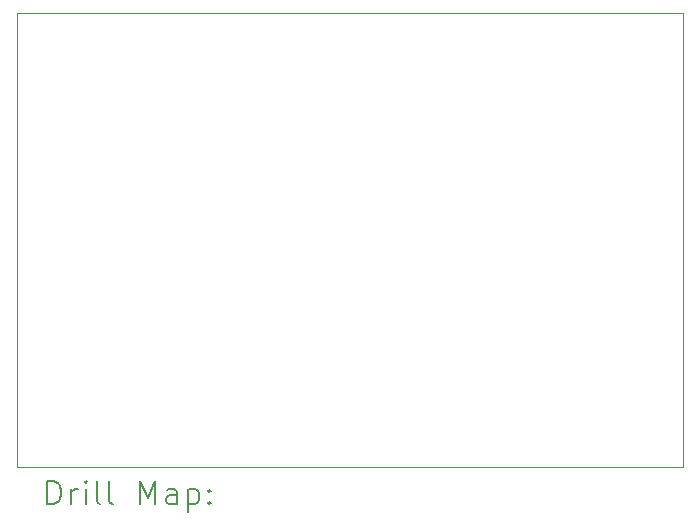
<source format=gbr>
%TF.GenerationSoftware,KiCad,Pcbnew,8.0.6*%
%TF.CreationDate,2025-02-11T20:42:43+01:00*%
%TF.ProjectId,KWLcontrol,4b574c63-6f6e-4747-926f-6c2e6b696361,rev?*%
%TF.SameCoordinates,Original*%
%TF.FileFunction,Drillmap*%
%TF.FilePolarity,Positive*%
%FSLAX45Y45*%
G04 Gerber Fmt 4.5, Leading zero omitted, Abs format (unit mm)*
G04 Created by KiCad (PCBNEW 8.0.6) date 2025-02-11 20:42:43*
%MOMM*%
%LPD*%
G01*
G04 APERTURE LIST*
%ADD10C,0.050000*%
%ADD11C,0.200000*%
G04 APERTURE END LIST*
D10*
X11130000Y-10830000D02*
X16770000Y-10830000D01*
X16770000Y-14680000D01*
X11130000Y-14680000D01*
X11130000Y-10830000D01*
D11*
X11388277Y-14993984D02*
X11388277Y-14793984D01*
X11388277Y-14793984D02*
X11435896Y-14793984D01*
X11435896Y-14793984D02*
X11464467Y-14803508D01*
X11464467Y-14803508D02*
X11483515Y-14822555D01*
X11483515Y-14822555D02*
X11493039Y-14841603D01*
X11493039Y-14841603D02*
X11502562Y-14879698D01*
X11502562Y-14879698D02*
X11502562Y-14908269D01*
X11502562Y-14908269D02*
X11493039Y-14946365D01*
X11493039Y-14946365D02*
X11483515Y-14965412D01*
X11483515Y-14965412D02*
X11464467Y-14984460D01*
X11464467Y-14984460D02*
X11435896Y-14993984D01*
X11435896Y-14993984D02*
X11388277Y-14993984D01*
X11588277Y-14993984D02*
X11588277Y-14860650D01*
X11588277Y-14898746D02*
X11597801Y-14879698D01*
X11597801Y-14879698D02*
X11607324Y-14870174D01*
X11607324Y-14870174D02*
X11626372Y-14860650D01*
X11626372Y-14860650D02*
X11645420Y-14860650D01*
X11712086Y-14993984D02*
X11712086Y-14860650D01*
X11712086Y-14793984D02*
X11702562Y-14803508D01*
X11702562Y-14803508D02*
X11712086Y-14813031D01*
X11712086Y-14813031D02*
X11721610Y-14803508D01*
X11721610Y-14803508D02*
X11712086Y-14793984D01*
X11712086Y-14793984D02*
X11712086Y-14813031D01*
X11835896Y-14993984D02*
X11816848Y-14984460D01*
X11816848Y-14984460D02*
X11807324Y-14965412D01*
X11807324Y-14965412D02*
X11807324Y-14793984D01*
X11940658Y-14993984D02*
X11921610Y-14984460D01*
X11921610Y-14984460D02*
X11912086Y-14965412D01*
X11912086Y-14965412D02*
X11912086Y-14793984D01*
X12169229Y-14993984D02*
X12169229Y-14793984D01*
X12169229Y-14793984D02*
X12235896Y-14936841D01*
X12235896Y-14936841D02*
X12302562Y-14793984D01*
X12302562Y-14793984D02*
X12302562Y-14993984D01*
X12483515Y-14993984D02*
X12483515Y-14889222D01*
X12483515Y-14889222D02*
X12473991Y-14870174D01*
X12473991Y-14870174D02*
X12454943Y-14860650D01*
X12454943Y-14860650D02*
X12416848Y-14860650D01*
X12416848Y-14860650D02*
X12397801Y-14870174D01*
X12483515Y-14984460D02*
X12464467Y-14993984D01*
X12464467Y-14993984D02*
X12416848Y-14993984D01*
X12416848Y-14993984D02*
X12397801Y-14984460D01*
X12397801Y-14984460D02*
X12388277Y-14965412D01*
X12388277Y-14965412D02*
X12388277Y-14946365D01*
X12388277Y-14946365D02*
X12397801Y-14927317D01*
X12397801Y-14927317D02*
X12416848Y-14917793D01*
X12416848Y-14917793D02*
X12464467Y-14917793D01*
X12464467Y-14917793D02*
X12483515Y-14908269D01*
X12578753Y-14860650D02*
X12578753Y-15060650D01*
X12578753Y-14870174D02*
X12597801Y-14860650D01*
X12597801Y-14860650D02*
X12635896Y-14860650D01*
X12635896Y-14860650D02*
X12654943Y-14870174D01*
X12654943Y-14870174D02*
X12664467Y-14879698D01*
X12664467Y-14879698D02*
X12673991Y-14898746D01*
X12673991Y-14898746D02*
X12673991Y-14955888D01*
X12673991Y-14955888D02*
X12664467Y-14974936D01*
X12664467Y-14974936D02*
X12654943Y-14984460D01*
X12654943Y-14984460D02*
X12635896Y-14993984D01*
X12635896Y-14993984D02*
X12597801Y-14993984D01*
X12597801Y-14993984D02*
X12578753Y-14984460D01*
X12759705Y-14974936D02*
X12769229Y-14984460D01*
X12769229Y-14984460D02*
X12759705Y-14993984D01*
X12759705Y-14993984D02*
X12750182Y-14984460D01*
X12750182Y-14984460D02*
X12759705Y-14974936D01*
X12759705Y-14974936D02*
X12759705Y-14993984D01*
X12759705Y-14870174D02*
X12769229Y-14879698D01*
X12769229Y-14879698D02*
X12759705Y-14889222D01*
X12759705Y-14889222D02*
X12750182Y-14879698D01*
X12750182Y-14879698D02*
X12759705Y-14870174D01*
X12759705Y-14870174D02*
X12759705Y-14889222D01*
M02*

</source>
